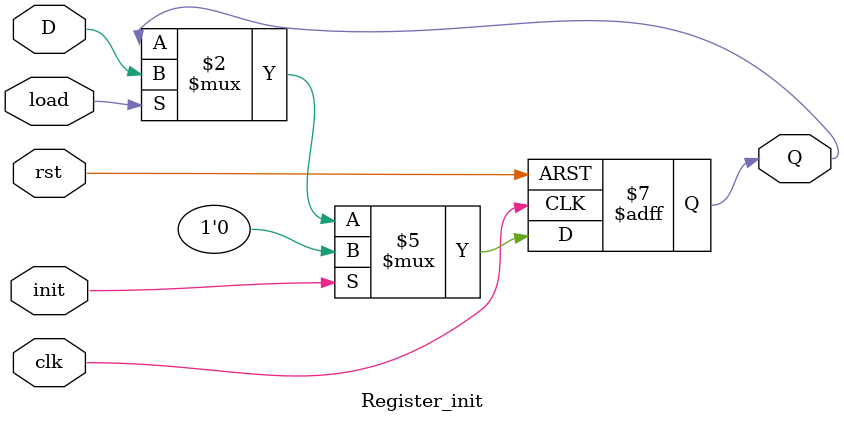
<source format=v>
module Register (D, load, clk, rst, Q);
  
  parameter WIDTH = 1;
  
  input [WIDTH - 1:0] D;
  input load, clk, rst;
  output reg [WIDTH - 1:0] Q;
  
  always @(posedge clk, posedge rst) begin
    if (rst) Q <= 0;
    else if(load) Q <= D;
  end
  
endmodule




module Register_init (D, load, init, clk, rst, Q);
  
  parameter WIDTH = 1;
  
  input [WIDTH - 1:0] D;
  input load, init, clk, rst;
  output reg [WIDTH - 1:0] Q;
  
  always @(posedge clk, posedge rst) begin
    if (rst) Q <= 0;
    else if(init) Q <= 0;
    else if(load) Q <= D;
  end
  
endmodule
</source>
